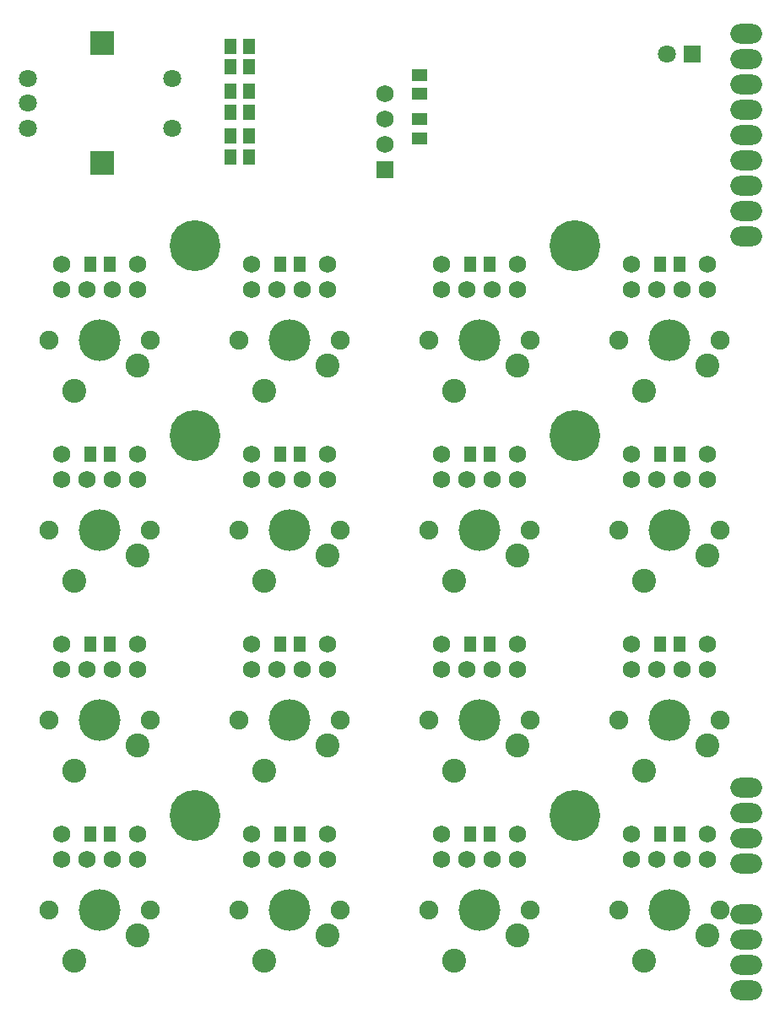
<source format=gts>
G04*
G04 #@! TF.GenerationSoftware,Altium Limited,Altium Designer,22.5.1 (42)*
G04*
G04 Layer_Color=8388736*
%FSLAX25Y25*%
%MOIN*%
G70*
G04*
G04 #@! TF.SameCoordinates,A209DC94-0A87-40FC-B198-68C7A1A1665B*
G04*
G04*
G04 #@! TF.FilePolarity,Negative*
G04*
G01*
G75*
%ADD14R,0.06312X0.05131*%
%ADD15R,0.05131X0.06312*%
%ADD16R,0.09461X0.09461*%
%ADD17O,0.12611X0.07690*%
%ADD18R,0.06800X0.06800*%
%ADD19C,0.06800*%
%ADD20C,0.07099*%
%ADD21R,0.07099X0.07099*%
%ADD22C,0.07500*%
%ADD23C,0.09461*%
%ADD24C,0.16500*%
%ADD25C,0.20079*%
D14*
X163779Y367323D02*
D03*
Y359842D02*
D03*
Y342323D02*
D03*
Y349803D02*
D03*
D15*
X96457Y378740D02*
D03*
X88976D02*
D03*
Y370472D02*
D03*
X96457D02*
D03*
Y361024D02*
D03*
X88976D02*
D03*
X96457Y352756D02*
D03*
X88976D02*
D03*
Y343307D02*
D03*
X96457D02*
D03*
Y335039D02*
D03*
X88976D02*
D03*
X266237Y292501D02*
D03*
X258757D02*
D03*
X191237D02*
D03*
X183757D02*
D03*
X116237D02*
D03*
X108757D02*
D03*
X41238D02*
D03*
X33758D02*
D03*
X266237Y217501D02*
D03*
X258757D02*
D03*
X191237D02*
D03*
X183757D02*
D03*
X116237D02*
D03*
X108757D02*
D03*
X41238D02*
D03*
X33758D02*
D03*
X266237Y142500D02*
D03*
X258757D02*
D03*
X191237D02*
D03*
X183757D02*
D03*
X116237D02*
D03*
X108757D02*
D03*
X41238D02*
D03*
X33758D02*
D03*
X266237Y67500D02*
D03*
X258757D02*
D03*
X191237D02*
D03*
X183757D02*
D03*
X116237D02*
D03*
X108757D02*
D03*
X41238D02*
D03*
X33758D02*
D03*
D16*
X38482Y379873D02*
D03*
X38482Y332629D02*
D03*
D17*
X292618Y6102D02*
D03*
Y16102D02*
D03*
Y26102D02*
D03*
Y36102D02*
D03*
Y56102D02*
D03*
Y66102D02*
D03*
Y76102D02*
D03*
Y86102D02*
D03*
Y373661D02*
D03*
Y303661D02*
D03*
Y313661D02*
D03*
Y353661D02*
D03*
Y363661D02*
D03*
Y323661D02*
D03*
Y343661D02*
D03*
Y333661D02*
D03*
Y383661D02*
D03*
D18*
X149997Y329882D02*
D03*
D19*
Y339882D02*
D03*
Y349882D02*
D03*
Y359882D02*
D03*
X267497Y282501D02*
D03*
X257497D02*
D03*
X247497D02*
D03*
X277497D02*
D03*
Y292501D02*
D03*
X247497D02*
D03*
X192497Y282501D02*
D03*
X182497D02*
D03*
X172497D02*
D03*
X202497D02*
D03*
Y292501D02*
D03*
X172497D02*
D03*
X117497Y282501D02*
D03*
X107497D02*
D03*
X97497D02*
D03*
X127497D02*
D03*
Y292501D02*
D03*
X97497D02*
D03*
X42498Y282501D02*
D03*
X32498D02*
D03*
X22498D02*
D03*
X52498D02*
D03*
Y292501D02*
D03*
X22498D02*
D03*
X267497Y207501D02*
D03*
X257497D02*
D03*
X247497D02*
D03*
X277497D02*
D03*
Y217501D02*
D03*
X247497D02*
D03*
X192497Y207501D02*
D03*
X182497D02*
D03*
X172497D02*
D03*
X202497D02*
D03*
Y217501D02*
D03*
X172497D02*
D03*
X117497Y207501D02*
D03*
X107497D02*
D03*
X97497D02*
D03*
X127497D02*
D03*
Y217501D02*
D03*
X97497D02*
D03*
X42498Y207501D02*
D03*
X32498D02*
D03*
X22498D02*
D03*
X52498D02*
D03*
Y217501D02*
D03*
X22498D02*
D03*
X267497Y132500D02*
D03*
X257497D02*
D03*
X247497D02*
D03*
X277497D02*
D03*
Y142500D02*
D03*
X247497D02*
D03*
X192497Y132500D02*
D03*
X182497D02*
D03*
X172497D02*
D03*
X202497D02*
D03*
Y142500D02*
D03*
X172497D02*
D03*
X117497Y132500D02*
D03*
X107497D02*
D03*
X97497D02*
D03*
X127497D02*
D03*
Y142500D02*
D03*
X97497D02*
D03*
X42498Y132500D02*
D03*
X32498D02*
D03*
X22498D02*
D03*
X52498D02*
D03*
Y142500D02*
D03*
X22498D02*
D03*
X267497Y57500D02*
D03*
X257497D02*
D03*
X247497D02*
D03*
X277497D02*
D03*
Y67500D02*
D03*
X247497D02*
D03*
X192497Y57500D02*
D03*
X182497D02*
D03*
X172497D02*
D03*
X202497D02*
D03*
Y67500D02*
D03*
X172497D02*
D03*
X117497Y57500D02*
D03*
X107497D02*
D03*
X97497D02*
D03*
X127497D02*
D03*
Y67500D02*
D03*
X97497D02*
D03*
X42498Y57500D02*
D03*
X32498D02*
D03*
X22498D02*
D03*
X52498D02*
D03*
Y67500D02*
D03*
X22498D02*
D03*
D20*
X261339Y375590D02*
D03*
X66041Y346408D02*
D03*
Y366093D02*
D03*
X8955Y346408D02*
D03*
Y356251D02*
D03*
Y366093D02*
D03*
D21*
X271339Y375590D02*
D03*
D22*
X242497Y262501D02*
D03*
X282497D02*
D03*
X167497D02*
D03*
X207497D02*
D03*
X92497D02*
D03*
X132497D02*
D03*
X17498D02*
D03*
X57498D02*
D03*
X242497Y187501D02*
D03*
X282497D02*
D03*
X167497D02*
D03*
X207497D02*
D03*
X92497D02*
D03*
X132497D02*
D03*
X17498D02*
D03*
X57498D02*
D03*
X242497Y112500D02*
D03*
X282497D02*
D03*
X167497D02*
D03*
X207497D02*
D03*
X92497D02*
D03*
X132497D02*
D03*
X17498D02*
D03*
X57498D02*
D03*
X242497Y37500D02*
D03*
X282497D02*
D03*
X167497D02*
D03*
X207497D02*
D03*
X92497D02*
D03*
X132497D02*
D03*
X17498D02*
D03*
X57498D02*
D03*
D23*
X252497Y242501D02*
D03*
X277497Y252501D02*
D03*
X177497Y242501D02*
D03*
X202497Y252501D02*
D03*
X102497Y242501D02*
D03*
X127497Y252501D02*
D03*
X27498Y242501D02*
D03*
X52498Y252501D02*
D03*
X252497Y167501D02*
D03*
X277497Y177501D02*
D03*
X177497Y167501D02*
D03*
X202497Y177501D02*
D03*
X102497Y167501D02*
D03*
X127497Y177501D02*
D03*
X27498Y167501D02*
D03*
X52498Y177501D02*
D03*
X252497Y92500D02*
D03*
X277497Y102500D02*
D03*
X177497Y92500D02*
D03*
X202497Y102500D02*
D03*
X102497Y92500D02*
D03*
X127497Y102500D02*
D03*
X27498Y92500D02*
D03*
X52498Y102500D02*
D03*
X252497Y17500D02*
D03*
X277497Y27500D02*
D03*
X177497Y17500D02*
D03*
X202497Y27500D02*
D03*
X102497Y17500D02*
D03*
X127497Y27500D02*
D03*
X27498Y17500D02*
D03*
X52498Y27500D02*
D03*
D24*
X262497Y262501D02*
D03*
X187497D02*
D03*
X112497D02*
D03*
X37498D02*
D03*
X262497Y187501D02*
D03*
X187497D02*
D03*
X112497D02*
D03*
X37498D02*
D03*
X262497Y112500D02*
D03*
X187497D02*
D03*
X112497D02*
D03*
X37498D02*
D03*
X262497Y37500D02*
D03*
X187497D02*
D03*
X112497D02*
D03*
X37498D02*
D03*
D25*
X224997Y300001D02*
D03*
X74997D02*
D03*
X224997Y225001D02*
D03*
X74997D02*
D03*
X224997Y75000D02*
D03*
X74997D02*
D03*
M02*

</source>
